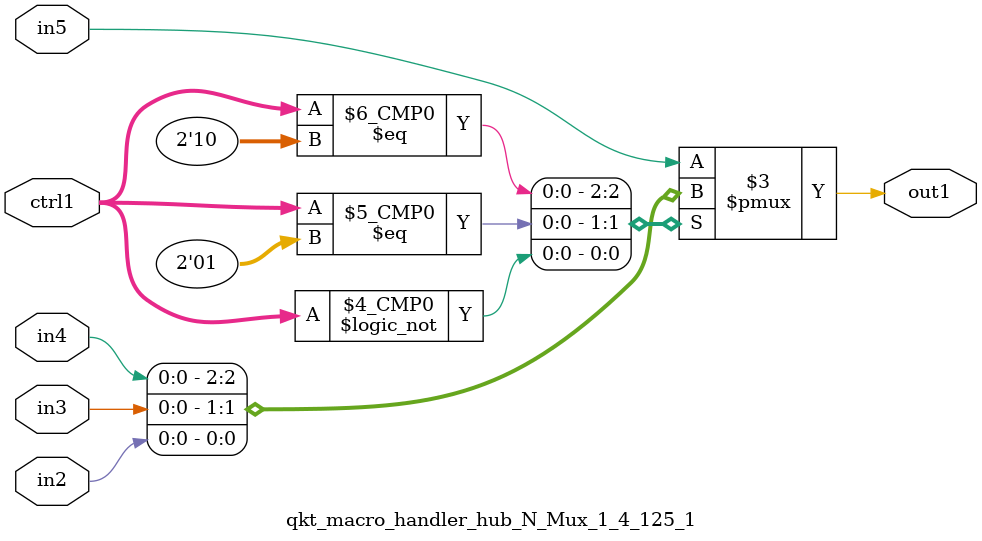
<source format=v>

`timescale 1ps / 1ps


module qkt_macro_handler_hub_N_Mux_1_4_125_1( in5, in4, in3, in2, ctrl1, out1 );

    input in5;
    input in4;
    input in3;
    input in2;
    input [1:0] ctrl1;
    output out1;
    reg out1;

    
    // rtl_process:qkt_macro_handler_hub_N_Mux_1_4_125_1/qkt_macro_handler_hub_N_Mux_1_4_125_1_thread_1
    always @*
      begin : qkt_macro_handler_hub_N_Mux_1_4_125_1_thread_1
        case (ctrl1) 
          2'd2: 
            begin
              out1 = in4;
            end
          2'd1: 
            begin
              out1 = in3;
            end
          2'd0: 
            begin
              out1 = in2;
            end
          default: 
            begin
              out1 = in5;
            end
        endcase
      end

endmodule


</source>
